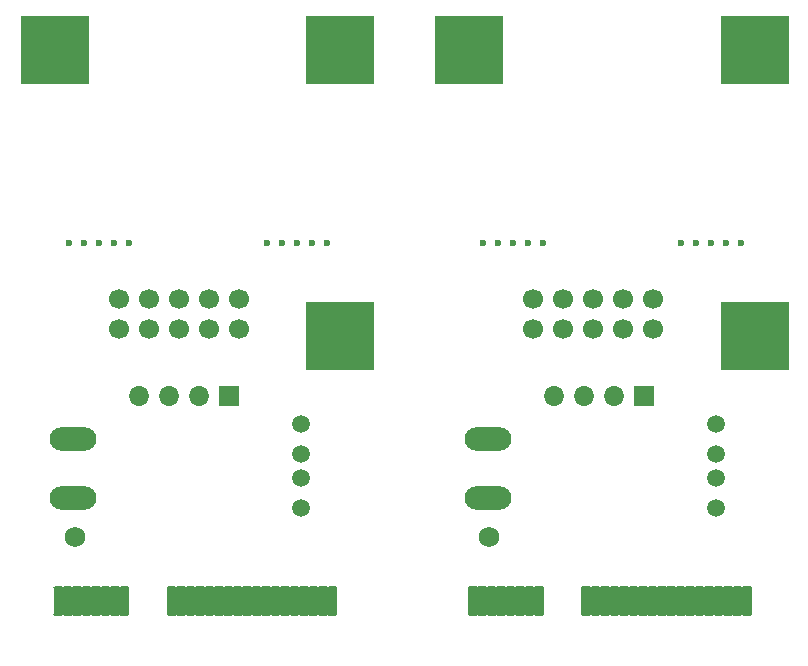
<source format=gbr>
%TF.GenerationSoftware,KiCad,Pcbnew,(5.1.9)-1*%
%TF.CreationDate,2021-06-29T00:03:32+02:00*%
%TF.ProjectId,mPCIE_to_CAN,6d504349-455f-4746-9f5f-43414e2e6b69,rev?*%
%TF.SameCoordinates,Original*%
%TF.FileFunction,Soldermask,Top*%
%TF.FilePolarity,Negative*%
%FSLAX46Y46*%
G04 Gerber Fmt 4.6, Leading zero omitted, Abs format (unit mm)*
G04 Created by KiCad (PCBNEW (5.1.9)-1) date 2021-06-29 00:03:32*
%MOMM*%
%LPD*%
G01*
G04 APERTURE LIST*
%ADD10C,0.600000*%
%ADD11C,1.700000*%
%ADD12R,5.800000X5.800000*%
%ADD13C,1.750000*%
%ADD14O,3.962400X1.981200*%
%ADD15O,1.727200X1.700000*%
%ADD16R,1.727200X1.700000*%
%ADD17C,1.501140*%
G04 APERTURE END LIST*
D10*
%TO.C,REF\u002A\u002A*%
X227173800Y-52169200D03*
X228443800Y-52169200D03*
X230983800Y-52169200D03*
X232253800Y-52169200D03*
X229713800Y-52169200D03*
%TD*%
D11*
%TO.C,J3*%
X214626200Y-59484400D03*
X217166200Y-59484400D03*
X219706200Y-59484400D03*
X222246200Y-59484400D03*
X224786200Y-59484400D03*
X217166200Y-56944400D03*
X224786200Y-56944400D03*
X219706200Y-56944400D03*
X222246200Y-56944400D03*
X214626200Y-56944400D03*
%TD*%
D12*
%TO.C,REF\u002A\u002A*%
X209206240Y-35843600D03*
%TD*%
D13*
%TO.C,U1*%
X210888360Y-77040880D03*
D14*
X210761360Y-68738880D03*
X210761360Y-73738880D03*
D15*
X216349360Y-65102880D03*
X218889360Y-65102880D03*
X221429360Y-65102880D03*
D16*
X223969360Y-65102880D03*
D17*
X230063240Y-72087020D03*
X230063240Y-74627020D03*
X230063240Y-70055020D03*
X230063240Y-67515020D03*
%TD*%
D10*
%TO.C,REF\u002A\u002A*%
X212924400Y-52169200D03*
X215464400Y-52169200D03*
X214194400Y-52169200D03*
X211654400Y-52169200D03*
X210384400Y-52169200D03*
%TD*%
D12*
%TO.C,REF\u002A\u002A*%
X233371400Y-35843600D03*
%TD*%
%TO.C,J1*%
G36*
G01*
X214609000Y-83743800D02*
X214009000Y-83743800D01*
G75*
G02*
X213909000Y-83643800I0J100000D01*
G01*
X213909000Y-81343800D01*
G75*
G02*
X214009000Y-81243800I100000J0D01*
G01*
X214609000Y-81243800D01*
G75*
G02*
X214709000Y-81343800I0J-100000D01*
G01*
X214709000Y-83643800D01*
G75*
G02*
X214609000Y-83743800I-100000J0D01*
G01*
G37*
G36*
G01*
X215409000Y-83743800D02*
X214809000Y-83743800D01*
G75*
G02*
X214709000Y-83643800I0J100000D01*
G01*
X214709000Y-81343800D01*
G75*
G02*
X214809000Y-81243800I100000J0D01*
G01*
X215409000Y-81243800D01*
G75*
G02*
X215509000Y-81343800I0J-100000D01*
G01*
X215509000Y-83643800D01*
G75*
G02*
X215409000Y-83743800I-100000J0D01*
G01*
G37*
G36*
G01*
X213809000Y-83743800D02*
X213209000Y-83743800D01*
G75*
G02*
X213109000Y-83643800I0J100000D01*
G01*
X213109000Y-81343800D01*
G75*
G02*
X213209000Y-81243800I100000J0D01*
G01*
X213809000Y-81243800D01*
G75*
G02*
X213909000Y-81343800I0J-100000D01*
G01*
X213909000Y-83643800D01*
G75*
G02*
X213809000Y-83743800I-100000J0D01*
G01*
G37*
G36*
G01*
X213009000Y-83743800D02*
X212409000Y-83743800D01*
G75*
G02*
X212309000Y-83643800I0J100000D01*
G01*
X212309000Y-81343800D01*
G75*
G02*
X212409000Y-81243800I100000J0D01*
G01*
X213009000Y-81243800D01*
G75*
G02*
X213109000Y-81343800I0J-100000D01*
G01*
X213109000Y-83643800D01*
G75*
G02*
X213009000Y-83743800I-100000J0D01*
G01*
G37*
G36*
G01*
X212209000Y-83746800D02*
X211609000Y-83746800D01*
G75*
G02*
X211509000Y-83646800I0J100000D01*
G01*
X211509000Y-81346800D01*
G75*
G02*
X211609000Y-81246800I100000J0D01*
G01*
X212209000Y-81246800D01*
G75*
G02*
X212309000Y-81346800I0J-100000D01*
G01*
X212309000Y-83646800D01*
G75*
G02*
X212209000Y-83746800I-100000J0D01*
G01*
G37*
G36*
G01*
X211409000Y-83743800D02*
X210809000Y-83743800D01*
G75*
G02*
X210709000Y-83643800I0J100000D01*
G01*
X210709000Y-81343800D01*
G75*
G02*
X210809000Y-81243800I100000J0D01*
G01*
X211409000Y-81243800D01*
G75*
G02*
X211509000Y-81343800I0J-100000D01*
G01*
X211509000Y-83643800D01*
G75*
G02*
X211409000Y-83743800I-100000J0D01*
G01*
G37*
G36*
G01*
X210609000Y-83743800D02*
X210009000Y-83743800D01*
G75*
G02*
X209909000Y-83643800I0J100000D01*
G01*
X209909000Y-81343800D01*
G75*
G02*
X210009000Y-81243800I100000J0D01*
G01*
X210609000Y-81243800D01*
G75*
G02*
X210709000Y-81343800I0J-100000D01*
G01*
X210709000Y-83643800D01*
G75*
G02*
X210609000Y-83743800I-100000J0D01*
G01*
G37*
G36*
G01*
X209809000Y-83743800D02*
X209209000Y-83743800D01*
G75*
G02*
X209109000Y-83643800I0J100000D01*
G01*
X209109000Y-81343800D01*
G75*
G02*
X209209000Y-81243800I100000J0D01*
G01*
X209809000Y-81243800D01*
G75*
G02*
X209909000Y-81343800I0J-100000D01*
G01*
X209909000Y-83643800D01*
G75*
G02*
X209809000Y-83743800I-100000J0D01*
G01*
G37*
G36*
G01*
X219409000Y-83743800D02*
X218809000Y-83743800D01*
G75*
G02*
X218709000Y-83643800I0J100000D01*
G01*
X218709000Y-81343800D01*
G75*
G02*
X218809000Y-81243800I100000J0D01*
G01*
X219409000Y-81243800D01*
G75*
G02*
X219509000Y-81343800I0J-100000D01*
G01*
X219509000Y-83643800D01*
G75*
G02*
X219409000Y-83743800I-100000J0D01*
G01*
G37*
G36*
G01*
X220209000Y-83743800D02*
X219609000Y-83743800D01*
G75*
G02*
X219509000Y-83643800I0J100000D01*
G01*
X219509000Y-81343800D01*
G75*
G02*
X219609000Y-81243800I100000J0D01*
G01*
X220209000Y-81243800D01*
G75*
G02*
X220309000Y-81343800I0J-100000D01*
G01*
X220309000Y-83643800D01*
G75*
G02*
X220209000Y-83743800I-100000J0D01*
G01*
G37*
G36*
G01*
X221009000Y-83743800D02*
X220409000Y-83743800D01*
G75*
G02*
X220309000Y-83643800I0J100000D01*
G01*
X220309000Y-81343800D01*
G75*
G02*
X220409000Y-81243800I100000J0D01*
G01*
X221009000Y-81243800D01*
G75*
G02*
X221109000Y-81343800I0J-100000D01*
G01*
X221109000Y-83643800D01*
G75*
G02*
X221009000Y-83743800I-100000J0D01*
G01*
G37*
G36*
G01*
X221809000Y-83743800D02*
X221209000Y-83743800D01*
G75*
G02*
X221109000Y-83643800I0J100000D01*
G01*
X221109000Y-81343800D01*
G75*
G02*
X221209000Y-81243800I100000J0D01*
G01*
X221809000Y-81243800D01*
G75*
G02*
X221909000Y-81343800I0J-100000D01*
G01*
X221909000Y-83643800D01*
G75*
G02*
X221809000Y-83743800I-100000J0D01*
G01*
G37*
G36*
G01*
X222609000Y-83743800D02*
X222009000Y-83743800D01*
G75*
G02*
X221909000Y-83643800I0J100000D01*
G01*
X221909000Y-81343800D01*
G75*
G02*
X222009000Y-81243800I100000J0D01*
G01*
X222609000Y-81243800D01*
G75*
G02*
X222709000Y-81343800I0J-100000D01*
G01*
X222709000Y-83643800D01*
G75*
G02*
X222609000Y-83743800I-100000J0D01*
G01*
G37*
G36*
G01*
X223409000Y-83743800D02*
X222809000Y-83743800D01*
G75*
G02*
X222709000Y-83643800I0J100000D01*
G01*
X222709000Y-81343800D01*
G75*
G02*
X222809000Y-81243800I100000J0D01*
G01*
X223409000Y-81243800D01*
G75*
G02*
X223509000Y-81343800I0J-100000D01*
G01*
X223509000Y-83643800D01*
G75*
G02*
X223409000Y-83743800I-100000J0D01*
G01*
G37*
G36*
G01*
X224209000Y-83743800D02*
X223609000Y-83743800D01*
G75*
G02*
X223509000Y-83643800I0J100000D01*
G01*
X223509000Y-81343800D01*
G75*
G02*
X223609000Y-81243800I100000J0D01*
G01*
X224209000Y-81243800D01*
G75*
G02*
X224309000Y-81343800I0J-100000D01*
G01*
X224309000Y-83643800D01*
G75*
G02*
X224209000Y-83743800I-100000J0D01*
G01*
G37*
G36*
G01*
X225009000Y-83743800D02*
X224409000Y-83743800D01*
G75*
G02*
X224309000Y-83643800I0J100000D01*
G01*
X224309000Y-81343800D01*
G75*
G02*
X224409000Y-81243800I100000J0D01*
G01*
X225009000Y-81243800D01*
G75*
G02*
X225109000Y-81343800I0J-100000D01*
G01*
X225109000Y-83643800D01*
G75*
G02*
X225009000Y-83743800I-100000J0D01*
G01*
G37*
G36*
G01*
X225809000Y-83743800D02*
X225209000Y-83743800D01*
G75*
G02*
X225109000Y-83643800I0J100000D01*
G01*
X225109000Y-81343800D01*
G75*
G02*
X225209000Y-81243800I100000J0D01*
G01*
X225809000Y-81243800D01*
G75*
G02*
X225909000Y-81343800I0J-100000D01*
G01*
X225909000Y-83643800D01*
G75*
G02*
X225809000Y-83743800I-100000J0D01*
G01*
G37*
G36*
G01*
X226609000Y-83743800D02*
X226009000Y-83743800D01*
G75*
G02*
X225909000Y-83643800I0J100000D01*
G01*
X225909000Y-81343800D01*
G75*
G02*
X226009000Y-81243800I100000J0D01*
G01*
X226609000Y-81243800D01*
G75*
G02*
X226709000Y-81343800I0J-100000D01*
G01*
X226709000Y-83643800D01*
G75*
G02*
X226609000Y-83743800I-100000J0D01*
G01*
G37*
G36*
G01*
X227409000Y-83743800D02*
X226809000Y-83743800D01*
G75*
G02*
X226709000Y-83643800I0J100000D01*
G01*
X226709000Y-81343800D01*
G75*
G02*
X226809000Y-81243800I100000J0D01*
G01*
X227409000Y-81243800D01*
G75*
G02*
X227509000Y-81343800I0J-100000D01*
G01*
X227509000Y-83643800D01*
G75*
G02*
X227409000Y-83743800I-100000J0D01*
G01*
G37*
G36*
G01*
X228209000Y-83743800D02*
X227609000Y-83743800D01*
G75*
G02*
X227509000Y-83643800I0J100000D01*
G01*
X227509000Y-81343800D01*
G75*
G02*
X227609000Y-81243800I100000J0D01*
G01*
X228209000Y-81243800D01*
G75*
G02*
X228309000Y-81343800I0J-100000D01*
G01*
X228309000Y-83643800D01*
G75*
G02*
X228209000Y-83743800I-100000J0D01*
G01*
G37*
G36*
G01*
X229009000Y-83743800D02*
X228409000Y-83743800D01*
G75*
G02*
X228309000Y-83643800I0J100000D01*
G01*
X228309000Y-81343800D01*
G75*
G02*
X228409000Y-81243800I100000J0D01*
G01*
X229009000Y-81243800D01*
G75*
G02*
X229109000Y-81343800I0J-100000D01*
G01*
X229109000Y-83643800D01*
G75*
G02*
X229009000Y-83743800I-100000J0D01*
G01*
G37*
G36*
G01*
X229809000Y-83743800D02*
X229209000Y-83743800D01*
G75*
G02*
X229109000Y-83643800I0J100000D01*
G01*
X229109000Y-81343800D01*
G75*
G02*
X229209000Y-81243800I100000J0D01*
G01*
X229809000Y-81243800D01*
G75*
G02*
X229909000Y-81343800I0J-100000D01*
G01*
X229909000Y-83643800D01*
G75*
G02*
X229809000Y-83743800I-100000J0D01*
G01*
G37*
G36*
G01*
X230609000Y-83743800D02*
X230009000Y-83743800D01*
G75*
G02*
X229909000Y-83643800I0J100000D01*
G01*
X229909000Y-81343800D01*
G75*
G02*
X230009000Y-81243800I100000J0D01*
G01*
X230609000Y-81243800D01*
G75*
G02*
X230709000Y-81343800I0J-100000D01*
G01*
X230709000Y-83643800D01*
G75*
G02*
X230609000Y-83743800I-100000J0D01*
G01*
G37*
G36*
G01*
X231409000Y-83743800D02*
X230809000Y-83743800D01*
G75*
G02*
X230709000Y-83643800I0J100000D01*
G01*
X230709000Y-81343800D01*
G75*
G02*
X230809000Y-81243800I100000J0D01*
G01*
X231409000Y-81243800D01*
G75*
G02*
X231509000Y-81343800I0J-100000D01*
G01*
X231509000Y-83643800D01*
G75*
G02*
X231409000Y-83743800I-100000J0D01*
G01*
G37*
G36*
G01*
X232209000Y-83743800D02*
X231609000Y-83743800D01*
G75*
G02*
X231509000Y-83643800I0J100000D01*
G01*
X231509000Y-81343800D01*
G75*
G02*
X231609000Y-81243800I100000J0D01*
G01*
X232209000Y-81243800D01*
G75*
G02*
X232309000Y-81343800I0J-100000D01*
G01*
X232309000Y-83643800D01*
G75*
G02*
X232209000Y-83743800I-100000J0D01*
G01*
G37*
G36*
G01*
X233011000Y-83743800D02*
X232411000Y-83743800D01*
G75*
G02*
X232311000Y-83643800I0J100000D01*
G01*
X232311000Y-81343800D01*
G75*
G02*
X232411000Y-81243800I100000J0D01*
G01*
X233011000Y-81243800D01*
G75*
G02*
X233111000Y-81343800I0J-100000D01*
G01*
X233111000Y-83643800D01*
G75*
G02*
X233011000Y-83743800I-100000J0D01*
G01*
G37*
X233371400Y-60043200D03*
%TD*%
D10*
%TO.C,REF\u002A\u002A*%
X175285400Y-52171600D03*
X176555400Y-52171600D03*
X179095400Y-52171600D03*
X180365400Y-52171600D03*
X177825400Y-52171600D03*
%TD*%
%TO.C,REF\u002A\u002A*%
X194614800Y-52171600D03*
X197154800Y-52171600D03*
X195884800Y-52171600D03*
X193344800Y-52171600D03*
X192074800Y-52171600D03*
%TD*%
D12*
%TO.C,REF\u002A\u002A*%
X174107240Y-35846000D03*
%TD*%
%TO.C,REF\u002A\u002A*%
X198272400Y-35846000D03*
%TD*%
D11*
%TO.C,J3*%
X179527200Y-56946800D03*
X187147200Y-56946800D03*
X184607200Y-56946800D03*
X189687200Y-56946800D03*
X182067200Y-56946800D03*
X189687200Y-59486800D03*
X187147200Y-59486800D03*
X184607200Y-59486800D03*
X182067200Y-59486800D03*
X179527200Y-59486800D03*
%TD*%
D17*
%TO.C,U1*%
X194964240Y-67517420D03*
X194964240Y-70057420D03*
X194964240Y-74629420D03*
X194964240Y-72089420D03*
D16*
X188870360Y-65105280D03*
D15*
X186330360Y-65105280D03*
X183790360Y-65105280D03*
X181250360Y-65105280D03*
D14*
X175662360Y-73741280D03*
X175662360Y-68741280D03*
D13*
X175789360Y-77043280D03*
%TD*%
D12*
%TO.C,J1*%
X198272400Y-60045600D03*
G36*
G01*
X197912000Y-83746200D02*
X197312000Y-83746200D01*
G75*
G02*
X197212000Y-83646200I0J100000D01*
G01*
X197212000Y-81346200D01*
G75*
G02*
X197312000Y-81246200I100000J0D01*
G01*
X197912000Y-81246200D01*
G75*
G02*
X198012000Y-81346200I0J-100000D01*
G01*
X198012000Y-83646200D01*
G75*
G02*
X197912000Y-83746200I-100000J0D01*
G01*
G37*
G36*
G01*
X197110000Y-83746200D02*
X196510000Y-83746200D01*
G75*
G02*
X196410000Y-83646200I0J100000D01*
G01*
X196410000Y-81346200D01*
G75*
G02*
X196510000Y-81246200I100000J0D01*
G01*
X197110000Y-81246200D01*
G75*
G02*
X197210000Y-81346200I0J-100000D01*
G01*
X197210000Y-83646200D01*
G75*
G02*
X197110000Y-83746200I-100000J0D01*
G01*
G37*
G36*
G01*
X196310000Y-83746200D02*
X195710000Y-83746200D01*
G75*
G02*
X195610000Y-83646200I0J100000D01*
G01*
X195610000Y-81346200D01*
G75*
G02*
X195710000Y-81246200I100000J0D01*
G01*
X196310000Y-81246200D01*
G75*
G02*
X196410000Y-81346200I0J-100000D01*
G01*
X196410000Y-83646200D01*
G75*
G02*
X196310000Y-83746200I-100000J0D01*
G01*
G37*
G36*
G01*
X195510000Y-83746200D02*
X194910000Y-83746200D01*
G75*
G02*
X194810000Y-83646200I0J100000D01*
G01*
X194810000Y-81346200D01*
G75*
G02*
X194910000Y-81246200I100000J0D01*
G01*
X195510000Y-81246200D01*
G75*
G02*
X195610000Y-81346200I0J-100000D01*
G01*
X195610000Y-83646200D01*
G75*
G02*
X195510000Y-83746200I-100000J0D01*
G01*
G37*
G36*
G01*
X194710000Y-83746200D02*
X194110000Y-83746200D01*
G75*
G02*
X194010000Y-83646200I0J100000D01*
G01*
X194010000Y-81346200D01*
G75*
G02*
X194110000Y-81246200I100000J0D01*
G01*
X194710000Y-81246200D01*
G75*
G02*
X194810000Y-81346200I0J-100000D01*
G01*
X194810000Y-83646200D01*
G75*
G02*
X194710000Y-83746200I-100000J0D01*
G01*
G37*
G36*
G01*
X193910000Y-83746200D02*
X193310000Y-83746200D01*
G75*
G02*
X193210000Y-83646200I0J100000D01*
G01*
X193210000Y-81346200D01*
G75*
G02*
X193310000Y-81246200I100000J0D01*
G01*
X193910000Y-81246200D01*
G75*
G02*
X194010000Y-81346200I0J-100000D01*
G01*
X194010000Y-83646200D01*
G75*
G02*
X193910000Y-83746200I-100000J0D01*
G01*
G37*
G36*
G01*
X193110000Y-83746200D02*
X192510000Y-83746200D01*
G75*
G02*
X192410000Y-83646200I0J100000D01*
G01*
X192410000Y-81346200D01*
G75*
G02*
X192510000Y-81246200I100000J0D01*
G01*
X193110000Y-81246200D01*
G75*
G02*
X193210000Y-81346200I0J-100000D01*
G01*
X193210000Y-83646200D01*
G75*
G02*
X193110000Y-83746200I-100000J0D01*
G01*
G37*
G36*
G01*
X192310000Y-83746200D02*
X191710000Y-83746200D01*
G75*
G02*
X191610000Y-83646200I0J100000D01*
G01*
X191610000Y-81346200D01*
G75*
G02*
X191710000Y-81246200I100000J0D01*
G01*
X192310000Y-81246200D01*
G75*
G02*
X192410000Y-81346200I0J-100000D01*
G01*
X192410000Y-83646200D01*
G75*
G02*
X192310000Y-83746200I-100000J0D01*
G01*
G37*
G36*
G01*
X191510000Y-83746200D02*
X190910000Y-83746200D01*
G75*
G02*
X190810000Y-83646200I0J100000D01*
G01*
X190810000Y-81346200D01*
G75*
G02*
X190910000Y-81246200I100000J0D01*
G01*
X191510000Y-81246200D01*
G75*
G02*
X191610000Y-81346200I0J-100000D01*
G01*
X191610000Y-83646200D01*
G75*
G02*
X191510000Y-83746200I-100000J0D01*
G01*
G37*
G36*
G01*
X190710000Y-83746200D02*
X190110000Y-83746200D01*
G75*
G02*
X190010000Y-83646200I0J100000D01*
G01*
X190010000Y-81346200D01*
G75*
G02*
X190110000Y-81246200I100000J0D01*
G01*
X190710000Y-81246200D01*
G75*
G02*
X190810000Y-81346200I0J-100000D01*
G01*
X190810000Y-83646200D01*
G75*
G02*
X190710000Y-83746200I-100000J0D01*
G01*
G37*
G36*
G01*
X189910000Y-83746200D02*
X189310000Y-83746200D01*
G75*
G02*
X189210000Y-83646200I0J100000D01*
G01*
X189210000Y-81346200D01*
G75*
G02*
X189310000Y-81246200I100000J0D01*
G01*
X189910000Y-81246200D01*
G75*
G02*
X190010000Y-81346200I0J-100000D01*
G01*
X190010000Y-83646200D01*
G75*
G02*
X189910000Y-83746200I-100000J0D01*
G01*
G37*
G36*
G01*
X189110000Y-83746200D02*
X188510000Y-83746200D01*
G75*
G02*
X188410000Y-83646200I0J100000D01*
G01*
X188410000Y-81346200D01*
G75*
G02*
X188510000Y-81246200I100000J0D01*
G01*
X189110000Y-81246200D01*
G75*
G02*
X189210000Y-81346200I0J-100000D01*
G01*
X189210000Y-83646200D01*
G75*
G02*
X189110000Y-83746200I-100000J0D01*
G01*
G37*
G36*
G01*
X188310000Y-83746200D02*
X187710000Y-83746200D01*
G75*
G02*
X187610000Y-83646200I0J100000D01*
G01*
X187610000Y-81346200D01*
G75*
G02*
X187710000Y-81246200I100000J0D01*
G01*
X188310000Y-81246200D01*
G75*
G02*
X188410000Y-81346200I0J-100000D01*
G01*
X188410000Y-83646200D01*
G75*
G02*
X188310000Y-83746200I-100000J0D01*
G01*
G37*
G36*
G01*
X187510000Y-83746200D02*
X186910000Y-83746200D01*
G75*
G02*
X186810000Y-83646200I0J100000D01*
G01*
X186810000Y-81346200D01*
G75*
G02*
X186910000Y-81246200I100000J0D01*
G01*
X187510000Y-81246200D01*
G75*
G02*
X187610000Y-81346200I0J-100000D01*
G01*
X187610000Y-83646200D01*
G75*
G02*
X187510000Y-83746200I-100000J0D01*
G01*
G37*
G36*
G01*
X186710000Y-83746200D02*
X186110000Y-83746200D01*
G75*
G02*
X186010000Y-83646200I0J100000D01*
G01*
X186010000Y-81346200D01*
G75*
G02*
X186110000Y-81246200I100000J0D01*
G01*
X186710000Y-81246200D01*
G75*
G02*
X186810000Y-81346200I0J-100000D01*
G01*
X186810000Y-83646200D01*
G75*
G02*
X186710000Y-83746200I-100000J0D01*
G01*
G37*
G36*
G01*
X185910000Y-83746200D02*
X185310000Y-83746200D01*
G75*
G02*
X185210000Y-83646200I0J100000D01*
G01*
X185210000Y-81346200D01*
G75*
G02*
X185310000Y-81246200I100000J0D01*
G01*
X185910000Y-81246200D01*
G75*
G02*
X186010000Y-81346200I0J-100000D01*
G01*
X186010000Y-83646200D01*
G75*
G02*
X185910000Y-83746200I-100000J0D01*
G01*
G37*
G36*
G01*
X185110000Y-83746200D02*
X184510000Y-83746200D01*
G75*
G02*
X184410000Y-83646200I0J100000D01*
G01*
X184410000Y-81346200D01*
G75*
G02*
X184510000Y-81246200I100000J0D01*
G01*
X185110000Y-81246200D01*
G75*
G02*
X185210000Y-81346200I0J-100000D01*
G01*
X185210000Y-83646200D01*
G75*
G02*
X185110000Y-83746200I-100000J0D01*
G01*
G37*
G36*
G01*
X184310000Y-83746200D02*
X183710000Y-83746200D01*
G75*
G02*
X183610000Y-83646200I0J100000D01*
G01*
X183610000Y-81346200D01*
G75*
G02*
X183710000Y-81246200I100000J0D01*
G01*
X184310000Y-81246200D01*
G75*
G02*
X184410000Y-81346200I0J-100000D01*
G01*
X184410000Y-83646200D01*
G75*
G02*
X184310000Y-83746200I-100000J0D01*
G01*
G37*
G36*
G01*
X174710000Y-83746200D02*
X174110000Y-83746200D01*
G75*
G02*
X174010000Y-83646200I0J100000D01*
G01*
X174010000Y-81346200D01*
G75*
G02*
X174110000Y-81246200I100000J0D01*
G01*
X174710000Y-81246200D01*
G75*
G02*
X174810000Y-81346200I0J-100000D01*
G01*
X174810000Y-83646200D01*
G75*
G02*
X174710000Y-83746200I-100000J0D01*
G01*
G37*
G36*
G01*
X175510000Y-83746200D02*
X174910000Y-83746200D01*
G75*
G02*
X174810000Y-83646200I0J100000D01*
G01*
X174810000Y-81346200D01*
G75*
G02*
X174910000Y-81246200I100000J0D01*
G01*
X175510000Y-81246200D01*
G75*
G02*
X175610000Y-81346200I0J-100000D01*
G01*
X175610000Y-83646200D01*
G75*
G02*
X175510000Y-83746200I-100000J0D01*
G01*
G37*
G36*
G01*
X176310000Y-83746200D02*
X175710000Y-83746200D01*
G75*
G02*
X175610000Y-83646200I0J100000D01*
G01*
X175610000Y-81346200D01*
G75*
G02*
X175710000Y-81246200I100000J0D01*
G01*
X176310000Y-81246200D01*
G75*
G02*
X176410000Y-81346200I0J-100000D01*
G01*
X176410000Y-83646200D01*
G75*
G02*
X176310000Y-83746200I-100000J0D01*
G01*
G37*
G36*
G01*
X177110000Y-83749200D02*
X176510000Y-83749200D01*
G75*
G02*
X176410000Y-83649200I0J100000D01*
G01*
X176410000Y-81349200D01*
G75*
G02*
X176510000Y-81249200I100000J0D01*
G01*
X177110000Y-81249200D01*
G75*
G02*
X177210000Y-81349200I0J-100000D01*
G01*
X177210000Y-83649200D01*
G75*
G02*
X177110000Y-83749200I-100000J0D01*
G01*
G37*
G36*
G01*
X177910000Y-83746200D02*
X177310000Y-83746200D01*
G75*
G02*
X177210000Y-83646200I0J100000D01*
G01*
X177210000Y-81346200D01*
G75*
G02*
X177310000Y-81246200I100000J0D01*
G01*
X177910000Y-81246200D01*
G75*
G02*
X178010000Y-81346200I0J-100000D01*
G01*
X178010000Y-83646200D01*
G75*
G02*
X177910000Y-83746200I-100000J0D01*
G01*
G37*
G36*
G01*
X178710000Y-83746200D02*
X178110000Y-83746200D01*
G75*
G02*
X178010000Y-83646200I0J100000D01*
G01*
X178010000Y-81346200D01*
G75*
G02*
X178110000Y-81246200I100000J0D01*
G01*
X178710000Y-81246200D01*
G75*
G02*
X178810000Y-81346200I0J-100000D01*
G01*
X178810000Y-83646200D01*
G75*
G02*
X178710000Y-83746200I-100000J0D01*
G01*
G37*
G36*
G01*
X180310000Y-83746200D02*
X179710000Y-83746200D01*
G75*
G02*
X179610000Y-83646200I0J100000D01*
G01*
X179610000Y-81346200D01*
G75*
G02*
X179710000Y-81246200I100000J0D01*
G01*
X180310000Y-81246200D01*
G75*
G02*
X180410000Y-81346200I0J-100000D01*
G01*
X180410000Y-83646200D01*
G75*
G02*
X180310000Y-83746200I-100000J0D01*
G01*
G37*
G36*
G01*
X179510000Y-83746200D02*
X178910000Y-83746200D01*
G75*
G02*
X178810000Y-83646200I0J100000D01*
G01*
X178810000Y-81346200D01*
G75*
G02*
X178910000Y-81246200I100000J0D01*
G01*
X179510000Y-81246200D01*
G75*
G02*
X179610000Y-81346200I0J-100000D01*
G01*
X179610000Y-83646200D01*
G75*
G02*
X179510000Y-83746200I-100000J0D01*
G01*
G37*
%TD*%
M02*

</source>
